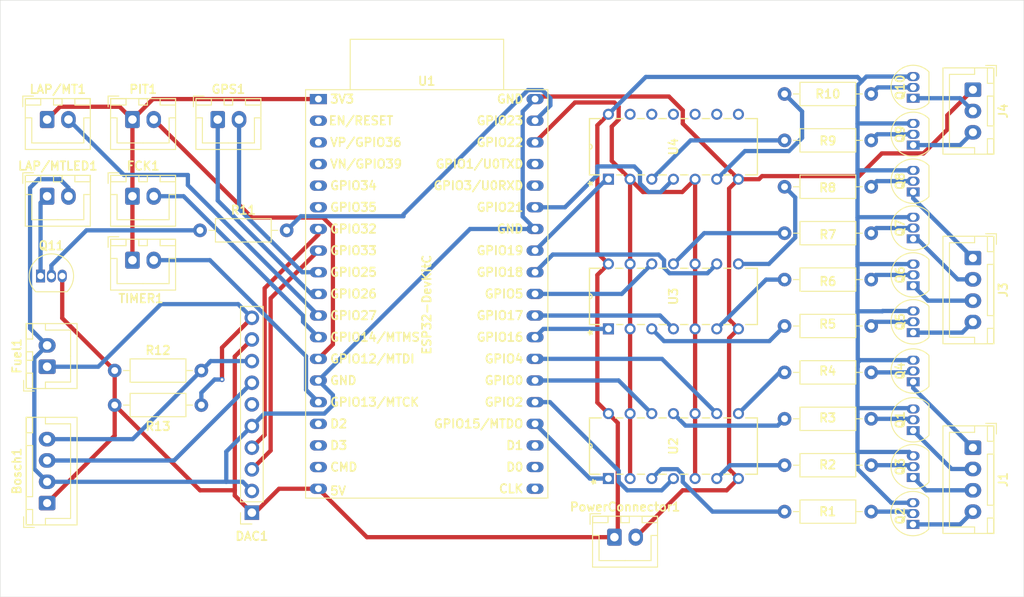
<source format=kicad_pcb>
(kicad_pcb (version 20240108) (generator "pcbnew") (generator_version "8.0")
  (layers (0 "F.Cu" signal) (31 "B.Cu" signal) (34 "B.Paste" user) (35 "F.Paste" user) (36 "B.SilkS" user "B.Silkscreen") (37 "F.SilkS" user "F.Silkscreen") (38 "B.Mask" user) (39 "F.Mask" user) (44 "Edge.Cuts" user))
  (net 0 "")
  (net 1 "+5V")
  (net 2 "Net-(Bosch1-Pin_3)")
  (net 3 "Net-(Bosch1-Pin_4)")
  (net 4 "GND")
  (net 5 "Net-(DAC1-Pin_10)")
  (net 6 "Net-(DAC1-Pin_3)")
  (net 8 "Net-(DAC1-Pin_4)")
  (net 9 "Net-(J1-Pin_2)")
  (net 10 "Net-(J1-Pin_3)")
  (net 11 "Net-(J1-Pin_1)")
  (net 12 "Net-(J1-Pin_4)")
  (net 13 "Net-(J3-Pin_4)")
  (net 14 "Net-(J3-Pin_3)")
  (net 15 "Net-(J3-Pin_2)")
  (net 16 "Net-(J3-Pin_1)")
  (net 17 "Net-(J4-Pin_2)")
  (net 18 "Net-(J4-Pin_3)")
  (net 19 "+3V3")
  (net 20 "Net-(LAP/MT1-Pin_2)")
  (net 21 "Net-(LAP/MTLED1-Pin_1)")
  (net 22 "Net-(Q1-B)")
  (net 23 "Net-(Q2-B)")
  (net 24 "Net-(Q3-B)")
  (net 25 "Net-(Q4-B)")
  (net 26 "Net-(Q5-B)")
  (net 27 "Net-(Q6-B)")
  (net 28 "Net-(Q7-B)")
  (net 29 "Net-(Q8-B)")
  (net 30 "Net-(Q9-B)")
  (net 31 "Net-(Q10-B)")
  (net 32 "Net-(Q11-B)")
  (net 33 "Net-(U2-1Y)")
  (net 34 "Net-(U2-2Y)")
  (net 35 "Net-(U2-4Y)")
  (net 36 "Net-(U2-3Y)")
  (net 37 "Net-(U3-1Y)")
  (net 38 "Net-(U3-2Y)")
  (net 39 "Net-(U3-4Y)")
  (net 40 "Net-(U1-GPIO23)")
  (net 45 "Net-(TIMER1-Pin_2)")
  (net 46 "Net-(U1-GPIO19)")
  (net 47 "Net-(U1-GPIO21)")
  (net 49 "Net-(U1-GPIO17)")
  (net 51 "Net-(GPS1-Pin_1)")
  (net 52 "Net-(U1-MTDO{slash}GPIO15{slash}ADC2_CH3)")
  (net 53 "Net-(GPS1-Pin_2)")
  (net 54 "Net-(U1-ADC2_CH2{slash}GPIO2)")
  (net 56 "Net-(U1-GPIO5)")
  (net 59 "Net-(U1-ADC2_CH0{slash}GPIO4)")
  (net 60 "Net-(U1-GPIO22)")
  (net 62 "Net-(U1-GPIO0{slash}BOOT{slash}ADC2_CH1)")
  (net 63 "Net-(FCK1-Pin_2)")
  (net 64 "Net-(U1-GPIO16)")
  (net 65 "Net-(PIT1-Pin_2)")
  (net 69 "Net-(U1-GPIO18)")
  (net 70 "Net-(U3-3Y)")
  (net 73 "Net-(U4-2Y)")
  (net 78 "Net-(U4-1Y)")
  (footprint "Connector_JST:JST_XH_B2B-XH-A_1x02_P2.50mm_Vertical" (layer "F.Cu") (at 69 82)
    (property "Reference" "GPS1")
    (property "Value" "Conn_01x02_Pin" (hide yes))
  )
  (footprint "Resistor_THT:R_Axial_DIN0207_L6.3mm_D2.5mm_P10.16mm_Horizontal" (layer "F.Cu") (at 135.445 117.111108)
    (property "Reference" "R3")
    (property "Value" "R")
  )
  (footprint "Package_TO_SOT_THT:TO-92_Inline" (layer "F.Cu") (at 150.5 129.5 90)
    (property "Reference" "Q2")
    (property "Value" "PN2222A")
  )
  (footprint "footprints:N14" (layer "F.Cu") (at 130.04 81.38 90)
    (property "Reference" "U4")
    (property "Value" "SN74HC08N")
  )
  (footprint "Package_TO_SOT_THT:TO-92_Inline" (layer "F.Cu") (at 150.525 85 90)
    (property "Reference" "Q9")
    (property "Value" "PN2222A")
  )
  (footprint "Resistor_THT:R_Axial_DIN0207_L6.3mm_D2.5mm_P10.16mm_Horizontal" (layer "F.Cu") (at 135.445 128)
    (property "Reference" "R1")
    (property "Value" "R")
  )
  (footprint "Connector_JST:JST_XH_B2B-XH-A_1x02_P2.50mm_Vertical" (layer "F.Cu") (at 59 91)
    (property "Reference" "FCK1")
    (property "Value" "Conn_01x02_Pin" (hide yes))
  )
  (footprint "Connector_JST:JST_XH_B3B-XH-A_1x03_P2.50mm_Vertical" (layer "F.Cu") (at 157.525 78.5 -90)
    (property "Reference" "J4")
    (property "Value" "Conn_01x03_Pin")
  )
  (footprint "Package_TO_SOT_THT:TO-92_Inline" (layer "F.Cu") (at 150.525 79.5 90)
    (property "Reference" "Q10")
    (property "Value" "PN2222A")
  )
  (footprint "Package_TO_SOT_THT:TO-92_Inline" (layer "F.Cu") (at 150.525 90.5 90)
    (property "Reference" "Q8")
    (property "Value" "PN2222A")
  )
  (footprint "Resistor_THT:R_Axial_DIN0207_L6.3mm_D2.5mm_P10.16mm_Horizontal" (layer "F.Cu") (at 135.445 95.333332)
    (property "Reference" "R7")
    (property "Value" "R")
  )
  (footprint "Connector_PinSocket_2.54mm:PinSocket_1x10_P2.54mm_Vertical" (layer "F.Cu") (at 73 128.12 180)
    (property "Reference" "DAC1")
    (property "Value" "~")
  )
  (footprint "Package_TO_SOT_THT:TO-92_Inline" (layer "F.Cu") (at 150.525 118.5 90)
    (property "Reference" "Q1")
    (property "Value" "PN2222A")
  )
  (footprint "Package_TO_SOT_THT:TO-92_Inline" (layer "F.Cu") (at 150.525 96 90)
    (property "Reference" "Q7")
    (property "Value" "PN2222A")
  )
  (footprint "Resistor_THT:R_Axial_DIN0207_L6.3mm_D2.5mm_P10.16mm_Horizontal" (layer "F.Cu") (at 135.445 106.22222)
    (property "Reference" "R5")
    (property "Value" "R")
  )
  (footprint "Package_TO_SOT_THT:TO-92_Inline" (layer "F.Cu") (at 150.525 112.77 90)
    (property "Reference" "Q4")
    (property "Value" "PN2222A")
  )
  (footprint "Resistor_THT:R_Axial_DIN0207_L6.3mm_D2.5mm_P10.16mm_Horizontal" (layer "F.Cu") (at 135.445 122.555552)
    (property "Reference" "R2")
    (property "Value" "R")
  )
  (footprint "Connector_JST:JST_XH_B2B-XH-A_1x02_P2.50mm_Vertical" (layer "F.Cu") (at 59 82)
    (property "Reference" "PIT1")
    (property "Value" "Conn_01x02_Pin" (hide yes))
  )
  (footprint "Connector_JST:JST_XH_B2B-XH-A_1x02_P2.50mm_Vertical" (layer "F.Cu") (at 49 111 90)
    (property "Reference" "Fuel1")
    (property "Value" "Conn_01x02_Pin" (hide yes))
  )
  (footprint "Connector_JST:JST_XH_B4B-XH-A_1x04_P2.50mm_Vertical" (layer "F.Cu") (at 157.525 98.25 -90)
    (property "Reference" "J3")
    (property "Value" "Conn_01x04_Pin")
  )
  (footprint "Resistor_THT:R_Axial_DIN0207_L6.3mm_D2.5mm_P10.16mm_Horizontal" (layer "F.Cu") (at 56.92 115.5)
    (property "Reference" "R13")
    (property "Value" "R")
  )
  (footprint "Resistor_THT:R_Axial_DIN0207_L6.3mm_D2.5mm_P10.16mm_Horizontal" (layer "F.Cu") (at 66.92 95)
    (property "Reference" "R11")
    (property "Value" "R")
  )
  (footprint "Package_TO_SOT_THT:TO-92_Inline" (layer "F.Cu") (at 150.525 107 90)
    (property "Reference" "Q5")
    (property "Value" "PN2222A")
  )
  (footprint "Package_TO_SOT_THT:TO-92_Inline" (layer "F.Cu") (at 150.525 101.5 90)
    (property "Reference" "Q6")
    (property "Value" "PN2222A")
  )
  (footprint "Resistor_THT:R_Axial_DIN0207_L6.3mm_D2.5mm_P10.16mm_Horizontal" (layer "F.Cu") (at 135.445 84.444444)
    (property "Reference" "R9")
    (property "Value" "R")
  )
  (footprint "Resistor_THT:R_Axial_DIN0207_L6.3mm_D2.5mm_P10.16mm_Horizontal" (layer "F.Cu") (at 135.445 79)
    (property "Reference" "R10")
    (property "Value" "R")
  )
  (footprint "Resistor_THT:R_Axial_DIN0207_L6.3mm_D2.5mm_P10.16mm_Horizontal" (layer "F.Cu") (at 135.445 100.777776)
    (property "Reference" "R6")
    (property "Value" "R")
  )
  (footprint "Resistor_THT:R_Axial_DIN0207_L6.3mm_D2.5mm_P10.16mm_Horizontal" (layer "F.Cu") (at 135.445 111.666664)
    (property "Reference" "R4")
    (property "Value" "R")
  )
  (footprint "Connector_JST:JST_XH_B4B-XH-A_1x04_P2.50mm_Vertical" (layer "F.Cu") (at 157.525 120.5 -90)
    (property "Reference" "J1")
    (property "Value" "Conn_01x04_Pin")
  )
  (footprint "Package_TO_SOT_THT:TO-92_Inline" (layer "F.Cu") (at 48.23 100.36)
    (property "Reference" "Q11")
    (property "Value" "PN2222A")
  )
  (footprint "Package_TO_SOT_THT:TO-92_Inline" (layer "F.Cu") (at 150.525 124 90)
    (property "Reference" "Q3")
    (property "Value" "PN2222A")
  )
  (footprint "Connector_JST:JST_XH_B2B-XH-A_1x02_P2.50mm_Vertical" (layer "F.Cu") (at 49 82)
    (property "Reference" "LAP/MT1")
    (property "Value" "Conn_01x02_Pin" (hide yes))
  )
  (footprint "PCM_Espressif:ESP32-DevKitC" (layer "F.Cu") (at 80.8 79.59656)
    (property "Reference" "U1")
    (property "Value" "ESP32-DevKitC")
  )
  (footprint "Connector_JST:JST_XH_B4B-XH-A_1x04_P2.50mm_Vertical" (layer "F.Cu") (at 49 127 90)
    (property "Reference" "Bosch1")
    (property "Value" "Conn_01x04_Pin")
  )
  (footprint "Resistor_THT:R_Axial_DIN0207_L6.3mm_D2.5mm_P10.16mm_Horizontal" (layer "F.Cu") (at 135.445 89.888888)
    (property "Reference" "R8")
    (property "Value" "R")
  )
  (footprint "footprints:N14" (layer "F.Cu") (at 130.04 98.94 90)
    (property "Reference" "U3")
    (property "Value" "SN74HC08N")
  )
  (footprint "Resistor_THT:R_Axial_DIN0207_L6.3mm_D2.5mm_P10.16mm_Horizontal" (layer "F.Cu") (at 56.92 111.45)
    (property "Reference" "R12")
    (property "Value" "R")
  )
  (footprint "footprints:N14" (layer "F.Cu") (at 130.04 116.5 90)
    (property "Reference" "U2")
    (property "Value" "SN74HC08N")
  )
  (footprint "Connector_JST:JST_XH_B2B-XH-A_1x02_P2.50mm_Vertical" (layer "F.Cu") (at 59 98.5)
    (property "Reference" "TIMER1")
    (property "Value" "Conn_01x02_Pin" (hide yes))
  )
  (footprint "Connector_JST:JST_XH_B2B-XH-A_1x02_P2.50mm_Vertical" (layer "F.Cu") (at 115.5 131)
    (property "Reference" "PowerConnector1")
    (property "Value" "Conn_01x02_Pin")
  )
  (footprint "Connector_JST:JST_XH_B2B-XH-A_1x02_P2.50mm_Vertical" (layer "F.Cu") (at 49 91)
    (property "Reference" "LAP/MTLED1")
    (property "Value" "Conn_01x02_Pin" (hide yes))
  )
  (gr_rect (start 43.5 68) (end 163.5 138) (stroke (width 0.05)) (fill none) (layer "Edge.Cuts"))
  (segment (start 56.92 115.5) (end 56.92 111.45) (width 0.5) (layer "F.Cu") (net 1))
  (segment (start 113.5 97.64) (end 114.8 98.94) (width 0.5) (layer "F.Cu") (net 1))
  (segment (start 114.8 98.94) (end 113.5 100.24) (width 0.5) (layer "F.Cu") (net 1))
  (segment (start 50.77 105.3) (end 50.77 100.36) (width 0.5) (layer "F.Cu") (net 1))
  (segment (start 114.8 81.38) (end 113.5 82.68) (width 0.5) (layer "F.Cu") (net 1))
  (segment (start 115.8977 130.6023) (end 115.5 131) (width 0.5) (layer "F.Cu") (net 1))
  (segment (start 66.92 125.5) (end 56.92 115.5) (width 0.5) (layer "F.Cu") (net 1))
  (segment (start 73.38 128.12) (end 76.18344 125.31656) (width 0.5) (layer "F.Cu") (net 1))
  (segment (start 56.92 111.45) (end 50.77 105.3) (width 0.5) (layer "F.Cu") (net 1))
  (segment (start 115.8977 117.5977) (end 115.8977 130.6023) (width 0.5) (layer "F.Cu") (net 1))
  (segment (start 56.92 119.08) (end 49 127) (width 0.5) (layer "F.Cu") (net 1))
  (segment (start 113.5 82.68) (end 113.5 97.64) (width 0.5) (layer "F.Cu") (net 1))
  (segment (start 76.18344 125.31656) (end 80.8 125.31656) (width 0.5) (layer "F.Cu") (net 1))
  (segment (start 66.92 125.5) (end 71 125.5) (width 0.5) (layer "F.Cu") (net 1))
  (segment (start 71 109.8) (end 73 107.8) (width 0.5) (layer "F.Cu") (net 1))
  (segment (start 73 128.12) (end 71 126.12) (width 0.5) (layer "F.Cu") (net 1))
  (segment (start 114.8 116.5) (end 115.8977 117.5977) (width 0.5) (layer "F.Cu") (net 1))
  (segment (start 73 128.12) (end 73.38 128.12) (width 0.5) (layer "F.Cu") (net 1))
  (segment (start 71 126.12) (end 71 125.5) (width 0.5) (layer "F.Cu") (net 1))
  (segment (start 56.92 115.5) (end 56.92 119.08) (width 0.5) (layer "F.Cu") (net 1))
  (segment (start 113.5 100.24) (end 113.5 115.2) (width 0.5) (layer "F.Cu") (net 1))
  (segment (start 113.5 115.2) (end 114.8 116.5) (width 0.5) (layer "F.Cu") (net 1))
  (segment (start 115.5 131) (end 86.48344 131) (width 0.5) (layer "F.Cu") (net 1))
  (segment (start 71 125.5) (end 71 109.8) (width 0.5) (layer "F.Cu") (net 1))
  (segment (start 86.48344 131) (end 80.8 125.31656) (width 0.5) (layer "F.Cu") (net 1))
  (segment (start 150.525 110.23) (end 144.297004 110.23) (width 0.5) (layer "B.Cu") (net 1))
  (segment (start 150.525 98.96) (end 144.04 98.96) (width 0.5) (layer "B.Cu") (net 1))
  (segment (start 144 84) (end 144 84.5) (width 0.5) (layer "B.Cu") (net 1))
  (segment (start 144 104.5) (end 144 101.5) (width 0.5) (layer "B.Cu") (net 1))
  (segment (start 144.04 93.46) (end 144 93.5) (width 0.5) (layer "B.Cu") (net 1))
  (segment (start 144 79.5) (end 144 78) (width 0.5) (layer "B.Cu") (net 1))
  (segment (start 144 93.5) (end 144 95.191349) (width 0.5) (layer "B.Cu") (net 1))
  (segment (start 144 88) (end 144 89.5) (width 0.5) (layer "B.Cu") (net 1))
  (segment (start 114.8 81.38) (end 119.18 77) (width 0.5) (layer "B.Cu") (net 1))
  (segment (start 144 90) (end 144 93.5) (width 0.5) (layer "B.Cu") (net 1))
  (segment (start 144.297004 110.23) (end 144.027004 110.5) (width 0.5) (layer "B.Cu") (net 1))
  (segment (start 144 116.5) (end 144 121) (width 0.5) (layer "B.Cu") (net 1))
  (segment (start 144 123) (end 147.96 126.96) (width 0.5) (layer "B.Cu") (net 1))
  (segment (start 146.96 104.46) (end 146.92 104.5) (width 0.5) (layer "B.Cu") (net 1))
  (segment (start 144 84.5) (end 144 88) (width 0.5) (layer "B.Cu") (net 1))
  (segment (start 144 121) (end 150.065 121) (width 0.5) (layer "B.Cu") (net 1))
  (segment (start 144 121) (end 144 123) (width 0.5) (layer "B.Cu") (net 1))
  (segment (start 144 111.054008) (end 144.027004 111.027004) (width 0.5) (layer "B.Cu") (net 1))
  (segment (start 119.18 77) (end 144 77) (width 0.5) (layer "B.Cu") (net 1))
  (segment (start 144 99) (end 144 96) (width 0.5) (layer "B.Cu") (net 1))
  (segment (start 144 89.5) (end 144 90) (width 0.5) (layer "B.Cu") (net 1))
  (segment (start 144 82.5) (end 144 84) (width 0.5) (layer "B.Cu") (net 1))
  (segment (start 144 95.191349) (end 144 96) (width 0.5) (layer "B.Cu") (net 1))
  (segment (start 144 77) (end 144.5 77.5) (width 0.5) (layer "B.Cu") (net 1))
  (segment (start 144.027004 111.027004) (end 144.027004 110.5) (width 0.5) (layer "B.Cu") (net 1))
  (segment (start 144 100) (end 144 101.5) (width 0.5) (layer "B.Cu") (net 1))
  (segment (start 145.04 76.96) (end 144.5 77.5) (width 0.5) (layer "B.Cu") (net 1))
  (segment (start 144.04 82.46) (end 144 82.5) (width 0.5) (layer "B.Cu") (net 1))
  (segment (start 144.04 87.96) (end 144 88) (width 0.5) (layer "B.Cu") (net 1))
  (segment (start 150.426108 115.861108) (end 150.525 115.96) (width 0.5) (layer "B.Cu") (net 1))
  (segment (start 150.065 121) (end 150.525 121.46) (width 0.5) (layer "B.Cu") (net 1))
  (segment (start 150.525 93.46) (end 144.04 93.46) (width 0.5) (layer "B.Cu") (net 1))
  (segment (start 144 79.5) (end 144 82.5) (width 0.5) (layer "B.Cu") (net 1))
  (segment (start 144 116) (end 144.138892 115.861108) (width 0.5) (layer "B.Cu") (net 1))
  (segment (start 146.96 104.46) (end 150.525 104.46) (width 0.5) (layer "B.Cu") (net 1))
  (segment (start 144 105.5) (end 144 104.5) (width 0.5) (layer "B.Cu") (net 1))
  (segment (start 146.92 104.5) (end 144 104.5) (width 0.5) (layer "B.Cu") (net 1))
  (segment (start 144 116) (end 144 112) (width 0.5) (layer "B.Cu") (net 1))
  (segment (start 150.525 82.46) (end 144.04 82.46) (width 0.5) (layer "B.Cu") (net 1))
  (segment (start 150.525 87.96) (end 144.04 87.96) (width 0.5) (layer "B.Cu") (net 1))
  (segment (start 144.04 98.96) (end 144 99) (width 0.5) (layer "B.Cu") (net 1))
  (segment (start 144 78) (end 144.5 77.5) (width 0.5) (layer "B.Cu") (net 1))
  (segment (start 144.027004 106.613432) (end 144 106.586428) (width 0.5) (layer "B.Cu") (net 1))
  (segment (start 144 116.5) (end 144 116) (width 0.5) (layer "B.Cu") (net 1))
  (segment (start 144 111.054008) (end 144 112) (width 0.5) (layer "B.Cu") (net 1))
  (segment (start 144 100) (end 144 99) (width 0.5) (layer "B.Cu") (net 1))
  (segment (start 144.138892 115.861108) (end 150.426108 115.861108) (width 0.5) (layer "B.Cu") (net 1))
  (segment (start 150.525 76.96) (end 145.04 76.96) (width 0.5) (layer "B.Cu") (net 1))
  (segment (start 147.96 126.96) (end 150.385 126.96) (width 0.5) (layer "B.Cu") (net 1))
  (segment (start 144.027004 110.5) (end 144.027004 106.613432) (width 0.5) (layer "B.Cu") (net 1))
  (segment (start 144 105.5) (end 144 106.586428) (width 0.5) (layer "B.Cu") (net 1))
  (segment (start 63.88 122) (end 73 112.88) (width 0.5) (layer "B.Cu") (net 2))
  (segment (start 49 122) (end 63.88 122) (width 0.5) (layer "B.Cu") (net 2))
  (segment (start 68 110.53) (end 67.08 111.45) (width 0.5) (layer "B.Cu") (net 3))
  (segment (start 49 119.5) (end 59.03 119.5) (width 0.5) (layer "B.Cu") (net 3))
  (segment (start 68 110.5) (end 68 110.53) (width 0.5) (layer "B.Cu") (net 3))
  (segment (start 68.16 110.34) (end 68 110.5) (width 0.5) (layer "B.Cu") (net 3))
  (segment (start 72.84 110.5) (end 73 110.34) (width 0.5) (layer "B.Cu") (net 3))
  (segment (start 73 110.34) (end 68.16 110.34) (width 0.5) (layer "B.Cu") (net 3))
  (segment (start 59.03 119.5) (end 67.08 111.45) (width 0.5) (layer "B.Cu") (net 3))
  (segment (start 128.9423 123.0223) (end 128.9423 107.6577) (width 0.5) (layer "F.Cu") (net 4))
  (segment (start 146.85 85.975) (end 151.725 85.975) (width 0.5) (layer "F.Cu") (net 4))
  (segment (start 123.5177 80.925317) (end 123.5177 82.4777) (width 0.5) (layer "F.Cu") (net 4))
  (segment (start 132.445079 89) (end 132.806191 88.638888) (width 0.5) (layer "F.Cu") (net 4))
  (segment (start 130.04 89) (end 128.9423 90.0977) (width 0.5) (layer "F.Cu") (net 4))
  (segment (start 106.49656 79.3) (end 121.892383 79.3) (width 0.5) (layer "F.Cu") (net 4))
  (segment (start 128.9423 90.0977) (end 128.9423 105.4623) (width 0.5) (layer "F.Cu") (net 4))
  (segment (start 151.725 85.975) (end 154.525 83.175) (width 0.5) (layer "F.Cu") (net 4))
  (segment (start 123.5 125.5) (end 128.66 125.5) (width 0.5) (layer "F.Cu") (net 4))
  (segment (start 128.66 125.5) (end 130.04 124.12) (width 0.5) (layer "F.Cu") (net 4))
  (segment (start 144.186112 88.638888) (end 146.85 85.975) (width 0.5) (layer "F.Cu") (net 4))
  (segment (start 72.68344 125.31656) (end 72.5 125.5) (width 0.5) (layer "F.Cu") (net 4))
  (segment (start 130.04 124.12) (end 128.9423 123.0223) (width 0.5) (layer "F.Cu") (net 4))
  (segment (start 132.806191 88.638888) (end 144.186112 88.638888) (width 0.5) (layer "F.Cu") (net 4))
  (segment (start 123.5177 82.4777) (end 130.04 89) (width 0.5) (layer "F.Cu") (net 4))
  (segment (start 129.0923 107.5077) (end 130.04 106.56) (width 0.5) (layer "F.Cu") (net 4))
  (segment (start 106.2 79.59656) (end 106.49656 79.3) (width 0.5) (layer "F.Cu") (net 4))
  (segment (start 157.525 78.5) (end 154.525 81.5) (width 0.5) (layer "F.Cu") (net 4))
  (segment (start 128.9423 105.4623) (end 130.04 106.56) (width 0.5) (layer "F.Cu") (net 4))
  (segment (start 121.892383 79.3) (end 123.5177 80.925317) (width 0.5) (layer "F.Cu") (net 4))
  (segment (start 132.445079 89) (end 130.04 89) (width 0.5) (layer "F.Cu") (net 4))
  (segment (start 118 131) (end 123.5 125.5) (width 0.5) (layer "F.Cu") (net 4))
  (segment (start 154.525 83.175) (end 154.525 81.5) (width 0.5) (layer "F.Cu") (net 4))
  (segment (start 128.9423 107.6577) (end 129.1 107.5) (width 0.5) (layer "F.Cu") (net 4))
  (segment (start 47.5 123) (end 47.5 110) (width 0.5) (layer "B.Cu") (net 4))
  (segment (start 49 124.5) (end 70 124.5) (width 0.5) (layer "B.Cu") (net 4))
  (segment (start 47 106.5) (end 47 90) (width 0.5) (layer "B.Cu") (net 4))
  (segment (start 73 117.96) (end 74.46 116.5) (width 0.5) (layer "B.Cu") (net 4))
  (segment (start 47.5 110) (end 49 108.5) (width 0.5) (layer "B.Cu") (net 4))
  (segment (start 50.5 89) (end 51.5 90) (width 0.5) (layer "B.Cu") (net 4))
  (segment (start 82.5 114.31656) (end 80.8 112.61656) (width 0.5) (layer "B.Cu") (net 4))
  (segment (start 98.58 94.83656) (end 80.8 112.61656) (width 0.5) (layer "B.Cu") (net 4))
  (segment (start 48 89) (end 50.5 89) (width 0.5) (layer "B.Cu") (net 4))
  (segment (start 51.5 90) (end 51.5 91) (width 0.5) (layer "B.Cu") (net 4))
  (segment (start 47 90) (end 48 89) (width 0.5) (layer "B.Cu") (net 4))
  (segment (start 106.2 79.59656) (end 104.75 81.04656) (width 0.5) (layer "B.Cu") (net 4))
  (segment (start 49 108.5) (end 47 106.5) (width 0.5) (layer "B.Cu") (net 4))
  (segment (start 82.5 115.5) (end 82.5 114.31656) (width 0.5) (layer "B.Cu") (net 4))
  (segment (start 49 124.5) (end 47.5 123) (width 0.5) (layer "B.Cu") (net 4))
  (segment (start 81.5 116.5) (end 82.5 115.5) (width 0.5) (layer "B.Cu") (net 4))
  (segment (start 70 124.5) (end 71.92 124.5) (width 0.5) (layer "B.Cu") (net 4))
  (segment (start 73 117.96) (end 70 120.96) (width 0.5) (layer "B.Cu") (net 4))
  (segment (start 104.75 81.04656) (end 104.75 93.38656) (width 0.5) (layer "B.Cu") (net 4))
  (segment (start 104.75 93.38656) (end 106.2 94.83656) (width 0.5) (layer "B.Cu") (net 4))
  (segment (start 74.46 116.5) (end 81.5 116.5) (width 0.5) (layer "B.Cu") (net 4))
  (segment (start 70 120.96) (end 70 124.5) (width 0.5) (layer "B.Cu") (net 4))
  (segment (start 71.92 124.5) (end 73 125.58) (width 0.5) (layer "B.Cu") (net 4))
  (segment (start 106.2 94.83656) (end 98.58 94.83656) (width 0.5) (layer "B.Cu") (net 4))
  (segment (start 69.5 112.5) (end 69.5 108.76) (width 0.5) (layer "F.Cu") (net 5))
  (segment (start 69.5 108.76) (end 73 105.26) (width 0.5) (layer "F.Cu") (net 5))
  (via (at 69.5 112.5) (size 0.6) (drill 0.3) (layers "F.Cu" "B.Cu") (net 5))
  (segment (start 67.08 114.053654) (end 67.08 115.5) (width 0.5) (layer "B.Cu") (net 5))
  (segment (start 55 111) (end 49 111) (width 0.5) (layer "B.Cu") (net 5))
  (segment (start 62.342817 103.657183) (end 55 111) (width 0.5) (layer "B.Cu") (net 5))
  (segment (start 71.397183 103.657183) (end 73 105.26) (width 0.5) (layer "B.Cu") (net 5))
  (segment (start 71.397183 103.657183) (end 62.342817 103.657183) (width 0.5) (layer "B.Cu") (net 5))
  (segment (start 67.08 114.053654) (end 68.633654 112.5) (width 0.5) (layer "B.Cu") (net 5))
  (segment (start 68.633654 112.5) (end 69.5 112.5) (width 0.5) (layer "B.Cu") (net 5))
  (segment (start 75.2 120.84) (end 73 123.04) (width 0.5) (layer "F.Cu") (net 6))
  (segment (start 80.8 97.37656) (end 75.2 102.97656) (width 0.5) (layer "F.Cu") (net 6))
  (segment (start 75.2 102.97656) (end 75.2 120.84) (width 0.5) (layer "F.Cu") (net 6))
  (segment (start 74.5 101.791636) (end 80.8 95.491636) (width 0.5) (layer "F.Cu") (net 8))
  (segment (start 74.5 119) (end 73 120.5) (width 0.5) (layer "F.Cu") (net 8))
  (segment (start 74.5 119) (end 74.5 101.791636) (width 0.5) (layer "F.Cu") (net 8))
  (segment (start 80.8 95.491636) (end 80.8 94.83656) (width 0.5) (layer "F.Cu") (net 8))
  (segment (start 155.025 123) (end 150.525 118.5) (width 0.5) (layer "B.Cu") (net 9))
  (segment (start 157.525 123) (end 155.025 123) (width 0.5) (layer "B.Cu") (net 9))
  (segment (start 157.525 125.5) (end 152.025 125.5) (width 0.5) (layer "B.Cu") (net 10))
  (segment (start 152.025 125.5) (end 150.525 124) (width 0.5) (layer "B.Cu") (net 10))
  (segment (start 157.525 120.5) (end 150.525 113.5) (width 0.5) (layer "B.Cu") (net 11))
  (segment (start 150.525 113.5) (end 150.525 112.77) (width 0.5) (layer "B.Cu") (net 11))
  (segment (start 150.385 129.5) (end 156.025 129.5) (width 0.5) (layer "B.Cu") (net 12))
  (segment (start 156.025 129.5) (end 157.525 128) (width 0.5) (layer "B.Cu") (net 12))
  (segment (start 150.525 107) (end 156.275 107) (width 0.5) (layer "B.Cu") (net 13))
  (segment (start 156.275 107) (end 157.525 105.75) (width 0.5) (layer "B.Cu") (net 13))
  (segment (start 152.275 103.25) (end 150.525 101.5) (width 0.5) (layer "B.Cu") (net 14))
  (segment (start 157.525 103.25) (end 152.275 103.25) (width 0.5) (layer "B.Cu") (net 14))
  (segment (start 151 96) (end 155.75 100.75) (width 0.5) (layer "B.Cu") (net 15))
  (segment (start 150.525 96) (end 151 96) (width 0.5) (layer "B.Cu") (net 15))
  (segment (start 155.75 100.75) (end 157.525 100.75) (width 0.5) (layer "B.Cu") (net 15))
  (segment (start 150.525 91.25) (end 150.525 90.5) (width 0.5) (layer "B.Cu") (net 16))
  (segment (start 157.525 98.25) (end 150.525 91.25) (width 0.5) (layer "B.Cu") (net 16))
  (segment (start 156.025 79.5) (end 157.525 81) (width 0.5) (layer "B.Cu") (net 17))
  (segment (start 150.525 79.5) (end 156.025 79.5) (width 0.5) (layer "B.Cu") (net 17))
  (segment (start 156.025 85) (end 157.525 83.5) (width 0.5) (layer "B.Cu") (net 18))
  (segment (start 150.525 85) (end 156.025 85) (width 0.5) (layer "B.Cu") (net 18))
  (segment (start 49 82) (end 50.5 80.5) (width 0.5) (layer "F.Cu") (net 19))
  (segment (start 57.5 80.5) (end 59 82) (width 0.5) (layer "F.Cu") (net 19))
  (segment (start 80.8 79.59656) (end 61.40344 79.59656) (width 0.5) (layer "F.Cu") (net 19))
  (segment (start 61.40344 79.59656) (end 59 82) (width 0.5) (layer "F.Cu") (net 19))
  (segment (start 59 91) (end 59 98.5) (width 0.5) (layer "F.Cu") (net 19))
  (segment (start 50.5 80.5) (end 57.5 80.5) (width 0.5) (layer "F.Cu") (net 19))
  (segment (start 59 82) (end 59 91) (width 0.5) (layer "F.Cu") (net 19))
  (segment (start 65.5 88.5) (end 65.5 89.69656) (width 0.5) (layer "B.Cu") (net 20))
  (segment (start 58 88.5) (end 65.5 88.5) (width 0.5) (layer "B.Cu") (net 20))
  (segment (start 51.5 82) (end 58 88.5) (width 0.5) (layer "B.Cu") (net 20))
  (segment (start 65.5 89.69656) (end 80.8 104.99656) (width 0.5) (layer "B.Cu") (net 20))
  (segment (start 48.23 91.77) (end 48.23 100.36) (width 0.5) (layer "B.Cu") (net 21))
  (segment (start 49 91) (end 48.23 91.77) (width 0.5) (layer "B.Cu") (net 21))
  (segment (start 145.605 117.111108) (end 150.406108 117.111108) (width 0.5) (layer "B.Cu") (net 22))
  (segment (start 150.406108 117.111108) (end 150.525 117.23) (width 0.5) (layer "B.Cu") (net 22))
  (segment (start 150.155 128) (end 150.385 128.23) (width 0.5) (layer "B.Cu") (net 23))
  (segment (start 145.605 128) (end 150.155 128) (width 0.5) (layer "B.Cu") (net 23))
  (segment (start 150.350552 122.555552) (end 150.525 122.73) (width 0.5) (layer "B.Cu") (net 24))
  (segment (start 145.605 122.555552) (end 150.350552 122.555552) (width 0.5) (layer "B.Cu") (net 24))
  (segment (start 150.358336 111.666664) (end 150.525 111.5) (width 0.5) (layer "B.Cu") (net 25))
  (segment (start 145.605 111.666664) (end 150.358336 111.666664) (width 0.5) (layer "B.Cu") (net 25))
  (segment (start 146.09722 105.73) (end 150.525 105.73) (width 0.5) (layer "B.Cu") (net 26))
  (segment (start 145.605 106.22222) (end 146.09722 105.73) (width 0.5) (layer "B.Cu") (net 26))
  (segment (start 146.152776 100.23) (end 150.525 100.23) (width 0.5) (layer "B.Cu") (net 27))
  (segment (start 145.605 100.777776) (end 146.152776 100.23) (width 0.5) (layer "B.Cu") (net 27))
  (segment (start 146.208332 94.73) (end 150.525 94.73) (width 0.5) (layer "B.Cu") (net 28))
  (segment (start 145.605 95.333332) (end 146.208332 94.73) (width 0.5) (layer "B.Cu") (net 28))
  (segment (start 146.263888 89.23) (end 150.525 89.23) (width 0.5) (layer "B.Cu") (net 29))
  (segment (start 145.605 89.888888) (end 146.263888 89.23) (width 0.5) (layer "B.Cu") (net 29))
  (segment (start 145.605 84.444444) (end 146.319444 83.73) (width 0.5) (layer "B.Cu") (net 30))
  (segment (start 146.319444 83.73) (end 150.525 83.73) (width 0.5) (layer "B.Cu") (net 30))
  (segment (start 146.375 78.23) (end 150.525 78.23) (width 0.5) (layer "B.Cu") (net 31))
  (segment (start 145.605 79) (end 146.375 78.23) (width 0.5) (layer "B.Cu") (net 31))
  (segment (start 66.92 95) (end 53.61 95) (width 0.5) (layer "B.Cu") (net 32))
  (segment (start 49.5 99.11) (end 49.5 100.36) (width 0.5) (layer "B.Cu") (net 32))
  (segment (start 49.5 100.36) (end 49.5 100.585) (width 0.5) (layer "B.Cu") (net 32))
  (segment (start 53.61 95) (end 49.5 99.11) (width 0.5) (layer "B.Cu") (net 32))
  (segment (start 120.9777 123.0223) (end 122.874683 123.0223) (width 0.5) (layer "B.Cu") (net 33))
  (segment (start 119.88 124.12) (end 120.9777 123.0223) (width 0.5) (layer "B.Cu") (net 33))
  (segment (start 127 128) (end 135.445 128) (width 0.5) (layer "B.Cu") (net 33))
  (segment (start 123.5177 123.665317) (end 123.5177 124.5177) (width 0.5) (layer "B.Cu") (net 33))
  (segment (start 122.874683 123.0223) (end 123.5177 123.665317) (width 0.5) (layer "B.Cu") (net 33))
  (segment (start 123.5177 124.5177) (end 127 128) (width 0.5) (layer "B.Cu") (net 33))
  (segment (start 129.064448 122.555552) (end 127.5 124.12) (width 0.5) (layer "B.Cu") (net 34))
  (segment (start 135.445 122.555552) (end 129.064448 122.555552) (width 0.5) (layer "B.Cu") (net 34))
  (segment (start 123.831107 117.911107) (end 122.42 116.5) (width 0.5) (layer "B.Cu") (net 35))
  (segment (start 134.645001 117.911107) (end 123.831107 117.911107) (width 0.5) (layer "B.Cu") (net 35))
  (segment (start 135.445 117.111108) (end 134.645001 117.911107) (width 0.5) (layer "B.Cu") (net 35))
  (segment (start 130.04 116.5) (end 134.873336 111.666664) (width 0.5) (layer "B.Cu") (net 36))
  (segment (start 134.873336 111.666664) (end 135.445 111.666664) (width 0.5) (layer "B.Cu") (net 36))
  (segment (start 133.66722 108) (end 135.445 106.22222) (width 0.5) (layer "B.Cu") (net 37))
  (segment (start 121.32 108) (end 133.66722 108) (width 0.5) (layer "B.Cu") (net 37))
  (segment (start 119.88 106.56) (end 121.32 108) (width 0.5) (layer "B.Cu") (net 37))
  (segment (start 127.5 106.56) (end 133.282224 100.777776) (width 0.5) (layer "B.Cu") (net 38))
  (segment (start 133.282224 100.777776) (end 135.445 100.777776) (width 0.5) (layer "B.Cu") (net 38))
  (segment (start 126.026668 95.333332) (end 135.445 95.333332) (width 0.5) (layer "B.Cu") (net 39))
  (segment (start 122.42 98.94) (end 126.026668 95.333332) (width 0.5) (layer "B.Cu") (net 39))
  (segment (start 105.365076 78.54656) (end 107.034924 78.54656) (width 0.5) (layer "B.Cu") (net 40))
  (segment (start 108 79.511636) (end 108 80.33656) (width 0.5) (layer "B.Cu") (net 40))
  (segment (start 78.73344 93.34656) (end 90.777208 93.34656) (width 0.5) (layer "B.Cu") (net 40))
  (segment (start 90.777208 93.34656) (end 90.777208 93.134428) (width 0.5) (layer "B.Cu") (net 40))
  (segment (start 90.777208 93.134428) (end 105.365076 78.54656) (width 0.5) (layer "B.Cu") (net 40))
  (segment (start 108 80.33656) (end 106.2 82.13656) (width 0.5) (layer "B.Cu") (net 40))
  (segment (start 77.08 95) (end 78.73344 93.34656) (width 0.5) (layer "B.Cu") (net 40))
  (segment (start 107.034924 78.54656) (end 108 79.511636) (width 0.5) (layer "B.Cu") (net 40))
  (segment (start 79.35 109.771522) (end 79.35 113.70656) (width 0.5) (layer "B.Cu") (net 45))
  (segment (start 68.078478 98.5) (end 79.35 109.771522) (width 0.5) (layer "B.Cu") (net 45))
  (segment (start 61.5 98.5) (end 68.078478 98.5) (width 0.5) (layer "B.Cu") (net 45))
  (segment (start 79.35 113.70656) (end 80.8 115.15656) (width 0.5) (layer "B.Cu") (net 45))
  (segment (start 114.8 89) (end 114.57656 89) (width 0.5) (layer "B.Cu") (net 46))
  (segment (start 114.57656 89) (end 106.2 97.37656) (width 0.5) (layer "B.Cu") (net 46))
  (segment (start 113.5 87.5) (end 117.824851 87.5) (width 0.5) (layer "B.Cu") (net 47))
  (segment (start 118.5 88.175149) (end 118.5 89.5) (width 0.5) (layer "B.Cu") (net 47))
  (segment (start 120.92 90.5) (end 122.42 89) (width 0.5) (layer "B.Cu") (net 47))
  (segment (start 106.2 92.29656) (end 109.70344 92.29656) (width 0.5) (layer "B.Cu") (net 47))
  (segment (start 113.5 88.5) (end 113.5 87.5) (width 0.5) (layer "B.Cu") (net 47))
  (segment (start 117.824851 87.5) (end 118.5 88.175149) (width 0.5) (layer "B.Cu") (net 47))
  (segment (start 109.70344 92.29656) (end 113.5 88.5) (width 0.5) (layer "B.Cu") (net 47))
  (segment (start 118.5 89.5) (end 119.5 90.5) (width 0.5) (layer "B.Cu") (net 47))
  (segment (start 119.5 90.5) (end 120.92 90.5) (width 0.5) (layer "B.Cu") (net 47))
  (segment (start 122.42 106.56) (end 120.85656 104.99656) (width 0.5) (layer "B.Cu") (net 49))
  (segment (start 120.85656 104.99656) (end 106.2 104.99656) (width 0.5) (layer "B.Cu") (net 49))
  (segment (start 69 91.5) (end 79.95656 102.45656) (width 0.5) (layer "B.Cu") (net 51))
  (segment (start 79.95656 102.45656) (end 80.8 102.45656) (width 0.5) (layer "B.Cu") (net 51))
  (segment (start 69 82) (end 69 91.5) (width 0.5) (layer "B.Cu") (net 51))
  (segment (start 112.62344 124.12) (end 106.2 117.69656) (width 0.5) (layer "B.Cu") (net 52))
  (segment (start 114.8 124.12) (end 112.62344 124.12) (width 0.5) (layer "B.Cu") (net 52))
  (segment (start 71.5 92.5) (end 78.91656 99.91656) (width 0.5) (layer "B.Cu") (net 53))
  (segment (start 78.91656 99.91656) (end 80.8 99.91656) (width 0.5) (layer "B.Cu") (net 53))
  (segment (start 71.5 82) (end 71.5 92.5) (width 0.5) (layer "B.Cu") (net 53))
  (segment (start 116 124.5) (end 116 123.2123) (width 0.5) (layer "B.Cu") (net 54))
  (segment (start 121.04 125.5) (end 117 125.5) (width 0.5) (layer "B.Cu") (net 54))
  (segment (start 107.94426 115.15656) (end 106.2 115.15656) (width 0.5) (layer "B.Cu") (net 54))
  (segment (start 116 123.2123) (end 107.94426 115.15656) (width 0.5) (layer "B.Cu") (net 54))
  (segment (start 122.42 124.12) (end 121.04 125.5) (width 0.5) (layer "B.Cu") (net 54))
  (segment (start 117 125.5) (end 116 124.5) (width 0.5) (layer "B.Cu") (net 54))
  (segment (start 119.88 98.94) (end 116.36344 102.45656) (width 0.5) (layer "B.Cu") (net 56))
  (segment (start 116.36344 102.45656) (end 106.2 102.45656) (width 0.5) (layer "B.Cu") (net 56))
  (segment (start 127.5 116.5) (end 121.07656 110.07656) (width 0.5) (layer "B.Cu") (net 59))
  (segment (start 121.07656 110.07656) (end 106.2 110.07656) (width 0.5) (layer "B.Cu") (net 59))
  (segment (start 115.192551 82.817575) (end 116 82.010126) (width 0.5) (layer "F.Cu") (net 60))
  (segment (start 123.46 90.5) (end 124.96 89) (width 0.5) (layer "F.Cu") (net 60))
  (segment (start 124.96 98.94) (end 124.96 106.56) (width 0.5) (layer "F.Cu") (net 60))
  (segment (start 115.5 80) (end 110.87656 80) (width 0.5) (layer "F.Cu") (net 60))
  (segment (start 118.84 90.5) (end 123.46 90.5) (width 0.5) (layer "F.Cu") (net 60))
  (segment (start 117.34 116.5) (end 117.34 106.56) (width 0.5) (layer "F.Cu") (net 60))
  (segment (start 117.34 124.12) (end 117.34 116.5) (width 0.5) (layer "F.Cu") (net 60))
  (segment (start 116 80.5) (end 115.5 80) (width 0.5) (layer "F.Cu") (net 60))
  (segment (start 115.192551 86.852551) (end 115.192551 82.817575) (width 0.5) (layer "F.Cu") (net 60))
  (segment (start 124.96 116.5) (end 124.96 124.12) (width 0.5) (layer "F.Cu") (net 60))
  (segment (start 116 82.010126) (end 116 80.5) (width 0.5) (layer "F.Cu") (net 60))
  (segment (start 110.87656 80) (end 106.2 84.67656) (width 0.5) (layer "F.Cu") (net 60))
  (segment (start 124.96 106.56) (end 124.96 116.5) (width 0.5) (layer "F.Cu") (net 60))
  (segment (start 117.34 89) (end 117.34 98.94) (width 0.5) (layer "F.Cu") (net 60))
  (segment (start 117.34 89) (end 115.192551 86.852551) (width 0.5) (layer "F.Cu") (net 60))
  (segment (start 117.34 98.94) (end 117.34 106.56) (width 0.5) (layer "F.Cu") (net 60))
  (segment (start 117.34 89) (end 118.84 90.5) (width 0.5) (layer "F.Cu") (net 60))
  (segment (start 124.96 89) (end 124.96 98.94) (width 0.5) (layer "F.Cu") (net 60))
  (segment (start 117.34 89) (end 117.5 89) (width 0.5) (layer "B.Cu") (net 60))
  (segment (start 115.99656 112.61656) (end 106.2 112.61656) (width 0.5) (layer "B.Cu") (net 62))
  (segment (start 119.88 116.5) (end 115.99656 112.61656) (width 0.5) (layer "B.Cu") (net 62))
  (segment (start 80.8 107.13656) (end 80.8 107.53656) (width 0.5) (layer "B.Cu") (net 63))
  (segment (start 61.5 91) (end 65 91) (width 0.5) (layer "B.Cu") (net 63))
  (segment (start 79 105) (end 79 105.73656) (width 0.5) (layer "B.Cu") (net 63))
  (segment (start 65 91) (end 79 105) (width 0.5) (layer "B.Cu") (net 63))
  (segment (start 79 105.73656) (end 80.8 107.53656) (width 0.5) (layer "B.Cu") (net 63))
  (segment (start 114.8 106.56) (end 107.17656 106.56) (width 0.5) (layer "B.Cu") (net 64))
  (segment (start 107.17656 106.56) (end 106.2 107.53656) (width 0.5) (layer "B.Cu") (net 64))
  (segment (start 73 93.5) (end 81.348364 93.5) (width 0.5) (layer "F.Cu") (net 65))
  (segment (start 82.5 108.37656) (end 80.8 110.07656) (width 0.5) (layer "F.Cu") (net 65))
  (segment (start 81.348364 93.5) (end 82.5 94.651636) (width 0.5) (layer "F.Cu") (net 65))
  (segment (start 82.5 94.651636) (end 82.5 108.37656) (width 0.5) (layer "F.Cu") (net 65))
  (segment (start 61.5 82) (end 73 93.5) (width 0.5) (layer "F.Cu") (net 65))
  (segment (start 106.2 99.91656) (end 108.27426 97.8423) (width 0.5) (layer "B.Cu") (net 69))
  (segment (start 121.3223 99.394683) (end 121.965317 100.0377) (width 0.5) (layer "B.Cu") (net 69))
  (segment (start 121.965317 100.0377) (end 126.4023 100.0377) (width 0.5) (layer "B.Cu") (net 69))
  (segment (start 108.27426 97.8423) (end 120.679283 97.8423) (width 0.5) (layer "B.Cu") (net 69))
  (segment (start 126.4023 100.0377) (end 127.5 98.94) (width 0.5) (layer "B.Cu") (net 69))
  (segment (start 121.3223 98.485317) (end 121.3223 99.394683) (width 0.5) (layer "B.Cu") (net 69))
  (segment (start 120.679283 97.8423) (end 121.3223 98.485317) (width 0.5) (layer "B.Cu") (net 69))
  (segment (start 136.695 95.851099) (end 136.695 91.138888) (width 0.5) (layer "B.Cu") (net 70))
  (segment (start 136.695 91.138888) (end 135.445 89.888888) (width 0.5) (layer "B.Cu") (net 70))
  (segment (start 130.04 98.94) (end 133.606099 98.94) (width 0.5) (layer "B.Cu") (net 70))
  (segment (start 133.606099 98.94) (end 136.695 95.851099) (width 0.5) (layer "B.Cu") (net 70))
  (segment (start 137.5 84.157211) (end 137.5 81.055) (width 0.5) (layer "B.Cu") (net 73))
  (segment (start 130.805556 85.694444) (end 135.962767 85.694444) (width 0.5) (layer "B.Cu") (net 73))
  (segment (start 127.5 89) (end 130.805556 85.694444) (width 0.5) (layer "B.Cu") (net 73))
  (segment (start 135.962767 85.694444) (end 137.5 84.157211) (width 0.5) (layer "B.Cu") (net 73))
  (segment (start 137.5 81.055) (end 135.445 79) (width 0.5) (layer "B.Cu") (net 73))
  (segment (start 119.88 89) (end 124.435556 84.444444) (width 0.5) (layer "B.Cu") (net 78))
  (segment (start 124.435556 84.444444) (end 135.445 84.444444) (width 0.5) (layer "B.Cu") (net 78))
)
</source>
